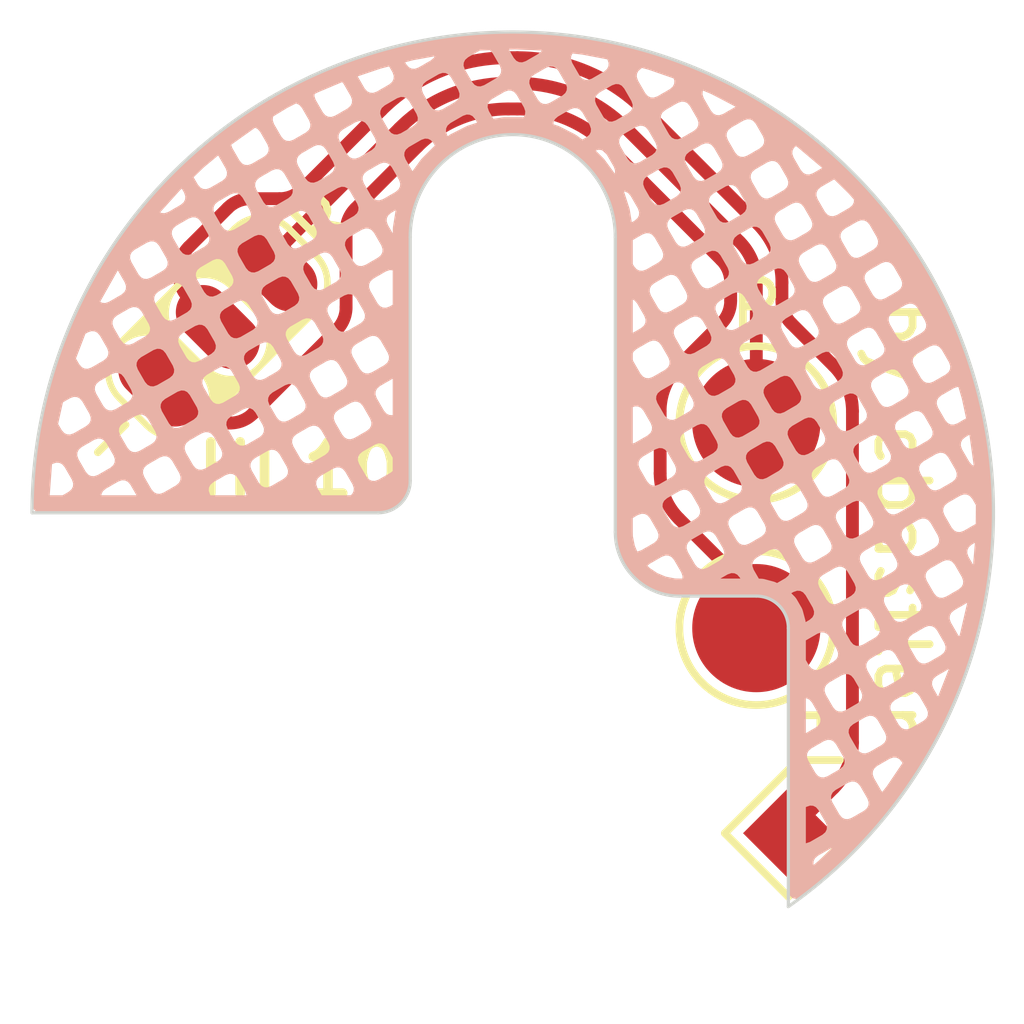
<source format=kicad_pcb>
(kicad_pcb (version 20240108) (generator "pcbnew") (generator_version "8.0")
  (layers (0 "F.Cu" signal) (31 "B.Cu" signal) (34 "B.Paste" user) (35 "F.Paste" user) (36 "B.SilkS" user "B.Silkscreen") (37 "F.SilkS" user "F.Silkscreen") (38 "B.Mask" user) (39 "F.Mask" user) (44 "Edge.Cuts" user))
  (net 0 "")
  (net 1 "Net-(J1-Pin_1)")
  (net 2 "Net-(J2-Pin_1)")
  (net 3 "Net-(J3-Pin_1)")
  (footprint "TestPoint:TestPoint_Pad_1.0x1.0mm" (layer "F.Cu") (at 4.3 5 45)
    (property "Reference" "J3" (hide yes))
    (property "Value" "GND")
    (fp_line (start -0.7 -0.7) (end 0.7 -0.7) (stroke (width 0.12)) (layer "F.SilkS"))
    (fp_line (start 0.7 -0.7) (end 0.7 0.7) (stroke (width 0.12)) (layer "F.SilkS"))
    (fp_line (start -0.7 0.7) (end -0.7 -0.7) (stroke (width 0.12)) (layer "F.SilkS"))
    (fp_line (start 0.7 0.7) (end -0.7 0.7) (stroke (width 0.12)) (layer "F.SilkS"))
    (pad "1" smd rect (at 0 0 45) (size 1 1) (layers "F.Cu" "F.Mask") (net 3 "Net-(J3-Pin_1)"))
  )
  (footprint "project:flashpads" (layer "F.Cu") (at -4.601974 -2.898026 45)
    (property "Reference" "J4" (hide yes))
    (property "Value" "flashpad")
    (fp_line (start -1.870001 -0.300736) (end -1.87 0.3) (stroke (width 0.1)) (layer "F.SilkS"))
    (fp_line (start -0.600001 -0.300736) (end -0.6 0.3) (stroke (width 0.1)) (layer "F.SilkS"))
    (fp_line (start -1.270001 0.9) (end 1.270001 0.900736) (stroke (width 0.1)) (layer "F.SilkS"))
    (fp_line (start -0.670001 0.300736) (end -0.670001 -0.3) (stroke (width 0.1)) (layer "F.SilkS"))
    (fp_line (start 0.670001 -0.300736) (end 0.670001 0.3) (stroke (width 0.1)) (layer "F.SilkS"))
    (fp_line (start 1.270001 -0.9) (end -1.270001 -0.900736) (stroke (width 0.1)) (layer "F.SilkS"))
    (fp_line (start 0.600001 0.300736) (end 0.6 -0.3) (stroke (width 0.1)) (layer "F.SilkS"))
    (fp_line (start 1.870001 0.300736) (end 1.87 -0.3) (stroke (width 0.1)) (layer "F.SilkS"))
    (fp_line (start 1.870001 0.300736) (end 1.87 -0.3) (stroke (width 0.1)) (layer "F.SilkS"))
    (fp_arc (start -1.870001 -0.300736) (mid -1.694265 -0.725) (end -1.270001 -0.900736) (stroke (width 0.1)) (layer "F.SilkS"))
    (fp_arc (start -1.270001 -0.9) (mid -0.845736 -0.724264) (end -0.670001 -0.3) (stroke (width 0.1)) (layer "F.SilkS"))
    (fp_arc (start -0.600001 -0.300736) (mid -0.424264 -0.724999) (end 0 -0.900737) (stroke (width 0.1)) (layer "F.SilkS"))
    (fp_arc (start 0 -0.9) (mid 0.424264 -0.724264) (end 0.6 -0.3) (stroke (width 0.1)) (layer "F.SilkS"))
    (fp_arc (start -1.270001 0.9) (mid -1.694265 0.724264) (end -1.87 0.3) (stroke (width 0.1)) (layer "F.SilkS"))
    (fp_arc (start -0.670001 0.300736) (mid -0.845737 0.725) (end -1.270001 0.900736) (stroke (width 0.1)) (layer "F.SilkS"))
    (fp_arc (start 0.670001 -0.300736) (mid 0.845737 -0.725) (end 1.270001 -0.900736) (stroke (width 0.1)) (layer "F.SilkS"))
    (fp_arc (start 1.270001 -0.9) (mid 1.694265 -0.724264) (end 1.87 -0.3) (stroke (width 0.1)) (layer "F.SilkS"))
    (fp_arc (start 1.270001 -0.9) (mid 1.694265 -0.724264) (end 1.87 -0.3) (stroke (width 0.1)) (layer "F.SilkS"))
    (fp_arc (start 0 0.9) (mid -0.424264 0.724264) (end -0.6 0.3) (stroke (width 0.1)) (layer "F.SilkS"))
    (fp_arc (start 0.600001 0.300736) (mid 0.424264 0.724999) (end 0 0.900737) (stroke (width 0.1)) (layer "F.SilkS"))
    (fp_arc (start 1.270001 0.9) (mid 0.845736 0.724264) (end 0.670001 0.3) (stroke (width 0.1)) (layer "F.SilkS"))
    (fp_arc (start 1.870001 0.300736) (mid 1.694265 0.725) (end 1.270001 0.900736) (stroke (width 0.1)) (layer "F.SilkS"))
    (fp_arc (start 1.870001 0.300736) (mid 1.694265 0.725) (end 1.270001 0.900736) (stroke (width 0.1)) (layer "F.SilkS"))
    (fp_poly (pts (xy -0.985 -0.900736) (xy -0.285002 -0.900736) (xy -0.585001 -0.500736) (xy -0.585001 -0.400736) (xy -0.685001 -0.400736) (xy -0.685001 -0.500736)) (fill solid) (layer "F.SilkS"))
    (fp_poly (pts (xy 0.285002 -0.900736) (xy 0.985 -0.900736) (xy 0.685001 -0.500736) (xy 0.685001 -0.400736) (xy 0.585001 -0.400736) (xy 0.585001 -0.500736)) (fill solid) (layer "F.SilkS"))
    (fp_poly (pts (xy -0.285002 0.900736) (xy -0.985 0.900736) (xy -0.685001 0.500736) (xy -0.685001 0.400736) (xy -0.585001 0.400736) (xy -0.585001 0.500736)) (fill solid) (layer "F.SilkS"))
    (fp_poly (pts (xy 0.985 0.900736) (xy 0.285002 0.900736) (xy 0.585001 0.500736) (xy 0.585001 0.400736) (xy 0.685001 0.400736) (xy 0.685001 0.500736)) (fill solid) (layer "F.SilkS"))
    (fp_text user "+" (at -2.4 0 45) (layer "F.SilkS") (effects (font (size 0.8 0.8) (thickness 0.12))))
    (fp_text user "R" (at 2.300001 0 45) (layer "F.SilkS") (effects (font (size 0.8 0.8) (thickness 0.12))))
    (pad "1" smd oval (at -1.270001 0 135) (size 1.5 0.85) (layers "F.Cu" "F.Mask") (net 1 "Net-(J1-Pin_1)"))
    (pad "2" smd oval (at -0.000001 0 135) (size 1.5 0.85) (layers "F.Cu" "F.Mask") (net 3 "Net-(J3-Pin_1)"))
    (pad "3" smd oval (at 1.270001 0 135) (size 1.5 0.85) (layers "F.Cu" "F.Mask") (net 2 "Net-(J2-Pin_1)"))
  )
  (footprint "TestPoint:TestPoint_Pad_D2.0mm" (layer "F.Cu") (at 3.8 -1.4)
    (property "Reference" "J2" (hide yes))
    (property "Value" "R")
    (fp_circle (center 0 0) (end 0 1.2) (stroke (width 0.12)) (fill none) (layer "F.SilkS"))
    (pad "1" smd circle (at 0 0) (size 2 2) (layers "F.Cu" "F.Mask") (net 2 "Net-(J2-Pin_1)"))
  )
  (footprint "TestPoint:TestPoint_Pad_D2.0mm" (layer "F.Cu") (at 3.8 1.8)
    (property "Reference" "J1" (hide yes))
    (property "Value" "BAT")
    (fp_circle (center 0 0) (end 0 1.2) (stroke (width 0.12)) (fill none) (layer "F.SilkS"))
    (pad "1" smd circle (at 0 0) (size 2 2) (layers "F.Cu" "F.Mask") (net 1 "Net-(J1-Pin_1)"))
  )
  (gr_arc (start 2.6 1.3) (mid 1.892893 1.007107) (end 1.6 0.3) (stroke (width 0.05)) (layer "Edge.Cuts"))
  (gr_line (start -1.599999 -4.299999) (end -1.6 -0.5) (stroke (width 0.05)) (layer "Edge.Cuts"))
  (gr_line (start 4.3 1.8) (end 4.3 6.144914) (stroke (width 0.05)) (layer "Edge.Cuts"))
  (gr_arc (start 3.8 1.3) (mid 4.153553 1.446447) (end 4.3 1.8) (stroke (width 0.05)) (layer "Edge.Cuts"))
  (gr_line (start -2.1 0) (end -7.499999 0) (stroke (width 0.05)) (layer "Edge.Cuts"))
  (gr_arc (start -7.499999 0) (mid 3.588549 -6.585766) (end 4.3 6.144914) (stroke (width 0.05)) (layer "Edge.Cuts"))
  (gr_line (start 2.6 1.3) (end 3.8 1.3) (stroke (width 0.05)) (layer "Edge.Cuts"))
  (gr_arc (start -1.6 -0.5) (mid -1.746447 -0.146447) (end -2.1 0) (stroke (width 0.05)) (layer "Edge.Cuts"))
  (gr_line (start 1.6 -4.3) (end 1.6 0.3) (stroke (width 0.05)) (layer "Edge.Cuts"))
  (gr_arc (start -1.599999 -4.299999) (mid 0 -5.899999) (end 1.6 -4.3) (stroke (width 0.05)) (layer "Edge.Cuts"))
  (gr_text "+" (at 4.8 3.1 0) (layer "F.SilkS") (effects (font (size 0.8 0.8) (thickness 0.12))))
  (gr_text "HD10" (at -5 -0.2 0) (layer "F.SilkS") (effects (font (size 0.8 0.8) (thickness 0.15) (bold yes)) (justify left bottom)))
  (gr_text "by ebastler" (at 5.6 -3.4 270) (layer "F.SilkS") (effects (font (size 0.8 0.8) (thickness 0.12)) (justify left bottom)))
  (gr_text "-" (at 4.8 3.8 0) (layer "F.SilkS") (effects (font (size 0.8 0.8) (thickness 0.12))))
  (gr_text "R" (at 3.8 -3.2 0) (layer "F.SilkS") (effects (font (size 0.8 0.8) (thickness 0.12))))
  (segment (start -2.746447 -2.853552) (end -4.053554 -1.546445) (width 0.2) (layer "F.Cu") (net 1))
  (segment (start -4.407107 -1.399999) (end -4.692892 -1.399999) (width 0.2) (layer "F.Cu") (net 1))
  (segment (start 2.3 -0.614214) (end 2.3 -1.585786) (width 0.2) (layer "F.Cu") (net 1))
  (segment (start 3.253553 -3.946446) (end 1.485787 -5.714212) (width 0.2) (layer "F.Cu") (net 1))
  (segment (start -2.6 -4.392892) (end -2.6 -3.207106) (width 0.2) (layer "F.Cu") (net 1))
  (segment (start 0.071573 -6.299999) (end -0.071573 -6.299999) (width 0.2) (layer "F.Cu") (net 1))
  (segment (start -5.046446 -1.546446) (end -5.5 -2) (width 0.2) (layer "F.Cu") (net 1))
  (segment (start 3.8 1.3) (end 2.592893 0.092893) (width 0.2) (layer "F.Cu") (net 1))
  (segment (start -1.485786 -5.714213) (end -2.453554 -4.746445) (width 0.2) (layer "F.Cu") (net 1))
  (segment (start 3.4 -3.307107) (end 3.4 -3.592892) (width 0.2) (layer "F.Cu") (net 1))
  (segment (start 3.8 1.8) (end 3.8 1.3) (width 0.2) (layer "F.Cu") (net 1))
  (segment (start 2.592893 -2.292893) (end 3.253554 -2.953554) (width 0.2) (layer "F.Cu") (net 1))
  (arc (start 1.485787 -5.714212) (mid 0.83694 -6.147758) (end 0.071573 -6.299999) (width 0.2) (layer "F.Cu") (net 1))
  (arc (start 3.253554 -2.953554) (mid 3.36194 -3.115766) (end 3.4 -3.307107) (width 0.2) (layer "F.Cu") (net 1))
  (arc (start -0.071573 -6.299999) (mid -0.83694 -6.147758) (end -1.485786 -5.714213) (width 0.2) (layer "F.Cu") (net 1))
  (arc (start -4.692892 -1.399999) (mid -4.884234 -1.438059) (end -5.046446 -1.546446) (width 0.2) (layer "F.Cu") (net 1))
  (arc (start -2.6 -4.392892) (mid -2.56194 -4.584233) (end -2.453554 -4.746445) (width 0.2) (layer "F.Cu") (net 1))
  (arc (start 2.592893 0.092893) (mid 2.37612 -0.231531) (end 2.3 -0.614214) (width 0.2) (layer "F.Cu") (net 1))
  (arc (start -2.6 -3.207106) (mid -2.63806 -3.015764) (end -2.746447 -2.853552) (width 0.2) (layer "F.Cu") (net 1))
  (arc (start -4.407107 -1.399999) (mid -4.215766 -1.438059) (end -4.053554 -1.546445) (width 0.2) (layer "F.Cu") (net 1))
  (arc (start 3.4 -3.592892) (mid 3.36194 -3.784234) (end 3.253553 -3.946446) (width 0.2) (layer "F.Cu") (net 1))
  (arc (start 2.3 -1.585786) (mid 2.37612 -1.968469) (end 2.592893 -2.292893) (width 0.2) (layer "F.Cu") (net 1))
  (segment (start -1.768629 -5.997056) (end -3.703948 -4.061737) (width 0.2) (layer "F.Cu") (net 2))
  (segment (start 0.071573 -6.699999) (end -0.071573 -6.699999) (width 0.2) (layer "F.Cu") (net 2))
  (segment (start 3.8 -1.4) (end 3.8 -3.592893) (width 0.2) (layer "F.Cu") (net 2))
  (segment (start 3.536396 -4.229289) (end 1.76863 -5.997055) (width 0.2) (layer "F.Cu") (net 2))
  (segment (start -3.703948 -4.061737) (end -3.703948 -3.796052) (width 0.2) (layer "F.Cu") (net 2))
  (segment (start -3.703948 -4.030366) (end -3.703948 -3.796052) (width 0.2) (layer "F.Cu") (net 2))
  (arc (start 1.76863 -5.997055) (mid 0.990014 -6.51731) (end 0.071573 -6.699999) (width 0.2) (layer "F.Cu") (net 2))
  (arc (start 3.536396 -4.229289) (mid 3.731491 -3.937308) (end 3.8 -3.592893) (width 0.2) (layer "F.Cu") (net 2))
  (arc (start -0.071573 -6.699999) (mid -0.990013 -6.51731) (end -1.768629 -5.997056) (width 0.2) (layer "F.Cu") (net 2))
  (segment (start 4.2 -3.592893) (end 4.2 -3.307107) (width 0.2) (layer "F.Cu") (net 3))
  (segment (start -4.601974 -2.898026) (end -5.053554 -3.349606) (width 0.2) (layer "F.Cu") (net 3))
  (segment (start 5.007107 4.292893) (end 4.3 5) (width 0.2) (layer "F.Cu") (net 3))
  (segment (start 5.3 -1.585786) (end 5.3 3.585786) (width 0.2) (layer "F.Cu") (net 3))
  (segment (start -0.071574 -7.099999) (end 0.071574 -7.099999) (width 0.2) (layer "F.Cu") (net 3))
  (segment (start -3.284924 -5.046447) (end -2.051473 -6.279898) (width 0.2) (layer "F.Cu") (net 3))
  (segment (start 4.346447 -2.953553) (end 5.007107 -2.292893) (width 0.2) (layer "F.Cu") (net 3))
  (segment (start 2.051473 -6.279898) (end 3.819239 -4.512132) (width 0.2) (layer "F.Cu") (net 3))
  (segment (start -5.053553 -4.146446) (end -4.446445 -4.753554) (width 0.2) (layer "F.Cu") (net 3))
  (segment (start -5.2 -3.703159) (end -5.2 -3.792892) (width 0.2) (layer "F.Cu") (net 3))
  (segment (start -4.092892 -4.9) (end -3.638478 -4.9) (width 0.2) (layer "F.Cu") (net 3))
  (arc (start 5.3 3.585786) (mid 5.22388 3.96847) (end 5.007107 4.292893) (width 0.2) (layer "F.Cu") (net 3))
  (arc (start -2.051473 -6.279898) (mid -1.143088 -6.886862) (end -0.071574 -7.099999) (width 0.2) (layer "F.Cu") (net 3))
  (arc (start -5.2 -3.792892) (mid -5.16194 -3.984234) (end -5.053553 -4.146446) (width 0.2) (layer "F.Cu") (net 3))
  (arc (start 5.007107 -2.292893) (mid 5.22388 -1.968469) (end 5.3 -1.585786) (width 0.2) (layer "F.Cu") (net 3))
  (arc (start -5.2 -3.703159) (mid -5.16194 -3.511818) (end -5.053554 -3.349606) (width 0.2) (layer "F.Cu") (net 3))
  (arc (start -4.446445 -4.753554) (mid -4.284233 -4.86194) (end -4.092892 -4.9) (width 0.2) (layer "F.Cu") (net 3))
  (arc (start -3.638478 -4.9) (mid -3.447136 -4.93806) (end -3.284924 -5.046447) (width 0.2) (layer "F.Cu") (net 3))
  (arc (start 0.071574 -7.099999) (mid 1.143088 -6.886862) (end 2.051473 -6.279898) (width 0.2) (layer "F.Cu") (net 3))
  (arc (start 3.819239 -4.512132) (mid 4.101044 -4.090382) (end 4.2 -3.592893) (width 0.2) (layer "F.Cu") (net 3))
  (arc (start 4.346447 -2.953553) (mid 4.23806 -3.115765) (end 4.2 -3.307107) (width 0.2) (layer "F.Cu") (net 3))
  (zone (net 0) (net_name "") (layer "B.SilkS") (connect_pads (clearance 0.5)) (min_thickness 0.25) (fill yes (mode hatch) (thermal_gap 0.5) (thermal_bridge_width 0.5) (hatch_thickness 0.25) (hatch_gap 0.5) (hatch_orientation 30) (hatch_smoothing_level 3) (hatch_smoothing_value 0.6) (hatch_border_algorithm hatch_thickness) (hatch_min_hole_area 0.3))
    (polygon (pts (xy -8 -8) (xy 8 -8) (xy 8 8) (xy -8 8)))
  )
)
</source>
